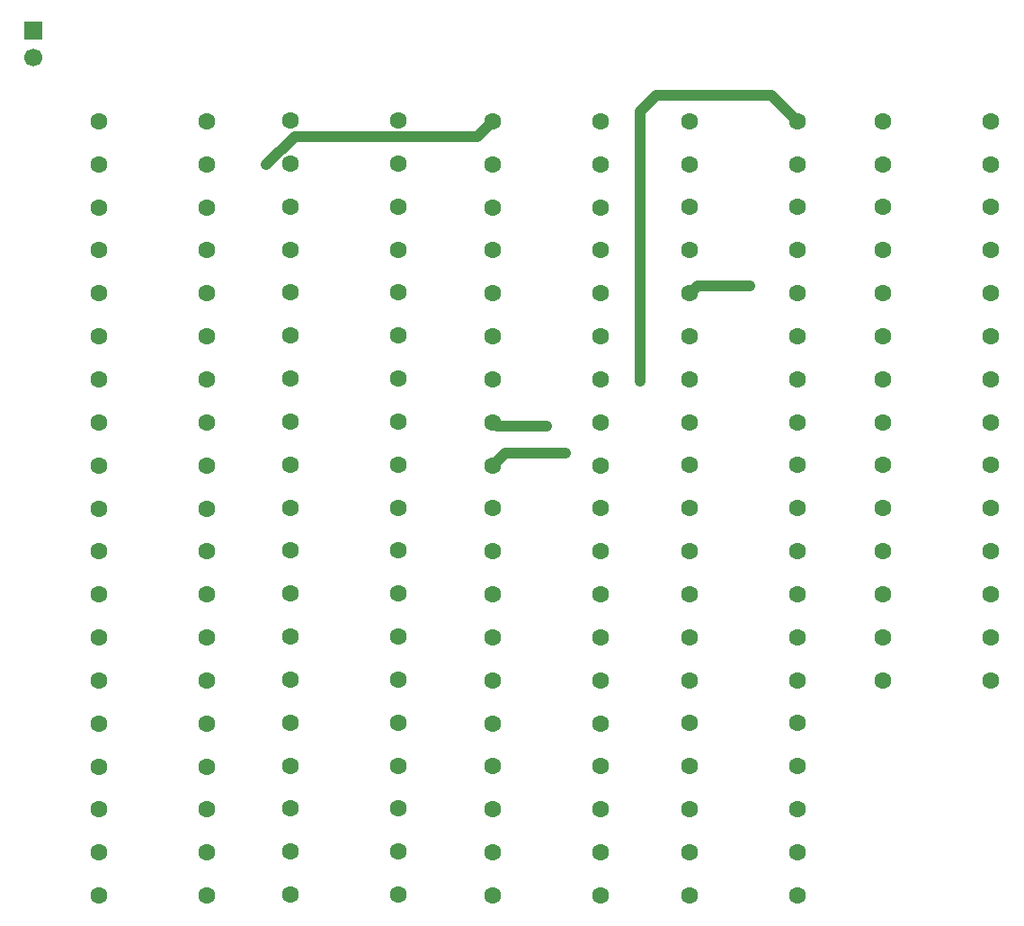
<source format=gbr>
%TF.GenerationSoftware,KiCad,Pcbnew,9.0.2*%
%TF.CreationDate,2025-11-03T21:10:14+09:00*%
%TF.ProjectId,handarensyuy,68616e64-6172-4656-9e73-7975792e6b69,rev?*%
%TF.SameCoordinates,Original*%
%TF.FileFunction,Copper,L2,Bot*%
%TF.FilePolarity,Positive*%
%FSLAX46Y46*%
G04 Gerber Fmt 4.6, Leading zero omitted, Abs format (unit mm)*
G04 Created by KiCad (PCBNEW 9.0.2) date 2025-11-03 21:10:14*
%MOMM*%
%LPD*%
G01*
G04 APERTURE LIST*
%TA.AperFunction,ComponentPad*%
%ADD10C,1.600000*%
%TD*%
%TA.AperFunction,ComponentPad*%
%ADD11R,1.700000X1.700000*%
%TD*%
%TA.AperFunction,ComponentPad*%
%ADD12C,1.700000*%
%TD*%
%TA.AperFunction,ViaPad*%
%ADD13C,0.600000*%
%TD*%
%TA.AperFunction,Conductor*%
%ADD14C,1.000000*%
%TD*%
G04 APERTURE END LIST*
D10*
%TO.P,R82,1*%
%TO.N,Net-(R81-Pad2)*%
X171570000Y-69500000D03*
%TO.P,R82,2*%
%TO.N,Net-(R82-Pad2)*%
X181730000Y-69500000D03*
%TD*%
%TO.P,R83,1*%
%TO.N,Net-(R83-Pad1)*%
X171570000Y-73550000D03*
%TO.P,R83,2*%
%TO.N,Net-(R82-Pad2)*%
X181730000Y-73550000D03*
%TD*%
%TO.P,R18,1*%
%TO.N,Net-(R18-Pad1)*%
X97690000Y-118120000D03*
%TO.P,R18,2*%
%TO.N,Net-(R17-Pad2)*%
X107850000Y-118120000D03*
%TD*%
%TO.P,R1,1*%
%TO.N,Net-(J1-Pin_1)*%
X97690000Y-49270000D03*
%TO.P,R1,2*%
%TO.N,Net-(R1-Pad2)*%
X107850000Y-49270000D03*
%TD*%
%TO.P,R59,1*%
%TO.N,Net-(R58-Pad1)*%
X153370000Y-53300000D03*
%TO.P,R59,2*%
%TO.N,Net-(R59-Pad2)*%
X163530000Y-53300000D03*
%TD*%
%TO.P,R15,1*%
%TO.N,Net-(R14-Pad2)*%
X97690000Y-105970000D03*
%TO.P,R15,2*%
%TO.N,Net-(R15-Pad2)*%
X107850000Y-105970000D03*
%TD*%
%TO.P,R25,1*%
%TO.N,Net-(R24-Pad2)*%
X115710000Y-69440000D03*
%TO.P,R25,2*%
%TO.N,Net-(R25-Pad2)*%
X125870000Y-69440000D03*
%TD*%
%TO.P,R39,1*%
%TO.N,Net-(R38-Pad1)*%
X134820000Y-49260000D03*
%TO.P,R39,2*%
%TO.N,Net-(R39-Pad2)*%
X144980000Y-49260000D03*
%TD*%
%TO.P,R53,1*%
%TO.N,Net-(R53-Pad1)*%
X134820000Y-105960000D03*
%TO.P,R53,2*%
%TO.N,Net-(R52-Pad2)*%
X144980000Y-105960000D03*
%TD*%
%TO.P,R29,1*%
%TO.N,Net-(R28-Pad1)*%
X115710000Y-85640000D03*
%TO.P,R29,2*%
%TO.N,Net-(R29-Pad2)*%
X125870000Y-85640000D03*
%TD*%
%TO.P,R27,1*%
%TO.N,Net-(R26-Pad2)*%
X115710000Y-77540000D03*
%TO.P,R27,2*%
%TO.N,Net-(R27-Pad2)*%
X125870000Y-77540000D03*
%TD*%
%TO.P,R81,1*%
%TO.N,Net-(R80-Pad2)*%
X171570000Y-65450000D03*
%TO.P,R81,2*%
%TO.N,Net-(R81-Pad2)*%
X181730000Y-65450000D03*
%TD*%
%TO.P,R64,1*%
%TO.N,Net-(R63-Pad1)*%
X153370000Y-73550000D03*
%TO.P,R64,2*%
%TO.N,Net-(R64-Pad2)*%
X163530000Y-73550000D03*
%TD*%
%TO.P,R14,1*%
%TO.N,Net-(R13-Pad1)*%
X97690000Y-101920000D03*
%TO.P,R14,2*%
%TO.N,Net-(R14-Pad2)*%
X107850000Y-101920000D03*
%TD*%
%TO.P,R58,1*%
%TO.N,Net-(R58-Pad1)*%
X153370000Y-49250000D03*
%TO.P,R58,2*%
%TO.N,Net-(R57-Pad2)*%
X163530000Y-49250000D03*
%TD*%
%TO.P,R55,1*%
%TO.N,Net-(R54-Pad2)*%
X134820000Y-114060000D03*
%TO.P,R55,2*%
%TO.N,Net-(R55-Pad2)*%
X144980000Y-114060000D03*
%TD*%
%TO.P,R23,1*%
%TO.N,Net-(R23-Pad1)*%
X115710000Y-61340000D03*
%TO.P,R23,2*%
%TO.N,Net-(R22-Pad2)*%
X125870000Y-61340000D03*
%TD*%
%TO.P,R66,1*%
%TO.N,Net-(R65-Pad2)*%
X153370000Y-81650000D03*
%TO.P,R66,2*%
%TO.N,Net-(R66-Pad2)*%
X163530000Y-81650000D03*
%TD*%
%TO.P,R33,1*%
%TO.N,Net-(R33-Pad1)*%
X115710000Y-101840000D03*
%TO.P,R33,2*%
%TO.N,Net-(R32-Pad2)*%
X125870000Y-101840000D03*
%TD*%
%TO.P,R16,1*%
%TO.N,Net-(R15-Pad2)*%
X97690000Y-110020000D03*
%TO.P,R16,2*%
%TO.N,Net-(R16-Pad2)*%
X107850000Y-110020000D03*
%TD*%
%TO.P,R37,1*%
%TO.N,Net-(R36-Pad2)*%
X115710000Y-118040000D03*
%TO.P,R37,2*%
%TO.N,Net-(R37-Pad2)*%
X125870000Y-118040000D03*
%TD*%
%TO.P,R26,1*%
%TO.N,Net-(R25-Pad2)*%
X115710000Y-73490000D03*
%TO.P,R26,2*%
%TO.N,Net-(R26-Pad2)*%
X125870000Y-73490000D03*
%TD*%
%TO.P,R62,1*%
%TO.N,Net-(R61-Pad2)*%
X153370000Y-65450000D03*
%TO.P,R62,2*%
%TO.N,Net-(R62-Pad2)*%
X163530000Y-65450000D03*
%TD*%
%TO.P,R17,1*%
%TO.N,Net-(R16-Pad2)*%
X97690000Y-114070000D03*
%TO.P,R17,2*%
%TO.N,Net-(R17-Pad2)*%
X107850000Y-114070000D03*
%TD*%
%TO.P,R44,1*%
%TO.N,Net-(R43-Pad1)*%
X134820000Y-69510000D03*
%TO.P,R44,2*%
%TO.N,Net-(R44-Pad2)*%
X144980000Y-69510000D03*
%TD*%
%TO.P,R87,1*%
%TO.N,Net-(R86-Pad2)*%
X171570000Y-89750000D03*
%TO.P,R87,2*%
%TO.N,Net-(R87-Pad2)*%
X181730000Y-89750000D03*
%TD*%
%TO.P,R48,1*%
%TO.N,Net-(R48-Pad1)*%
X134820000Y-85710000D03*
%TO.P,R48,2*%
%TO.N,Net-(R47-Pad2)*%
X144980000Y-85710000D03*
%TD*%
%TO.P,R21,1*%
%TO.N,Net-(R20-Pad2)*%
X115710000Y-53240000D03*
%TO.P,R21,2*%
%TO.N,Net-(R21-Pad2)*%
X125870000Y-53240000D03*
%TD*%
%TO.P,R22,1*%
%TO.N,Net-(R21-Pad2)*%
X115710000Y-57290000D03*
%TO.P,R22,2*%
%TO.N,Net-(R22-Pad2)*%
X125870000Y-57290000D03*
%TD*%
%TO.P,R72,1*%
%TO.N,Net-(R71-Pad2)*%
X153370000Y-105950000D03*
%TO.P,R72,2*%
%TO.N,Net-(R72-Pad2)*%
X163530000Y-105950000D03*
%TD*%
%TO.P,R11,1*%
%TO.N,Net-(R10-Pad2)*%
X97690000Y-89770000D03*
%TO.P,R11,2*%
%TO.N,Net-(R11-Pad2)*%
X107850000Y-89770000D03*
%TD*%
%TO.P,R42,1*%
%TO.N,Net-(R41-Pad2)*%
X134820000Y-61410000D03*
%TO.P,R42,2*%
%TO.N,Net-(R42-Pad2)*%
X144980000Y-61410000D03*
%TD*%
%TO.P,R80,1*%
%TO.N,Net-(R79-Pad2)*%
X171570000Y-61400000D03*
%TO.P,R80,2*%
%TO.N,Net-(R80-Pad2)*%
X181730000Y-61400000D03*
%TD*%
%TO.P,R71,1*%
%TO.N,Net-(R70-Pad2)*%
X153370000Y-101900000D03*
%TO.P,R71,2*%
%TO.N,Net-(R71-Pad2)*%
X163530000Y-101900000D03*
%TD*%
%TO.P,R34,1*%
%TO.N,Net-(R33-Pad1)*%
X115710000Y-105890000D03*
%TO.P,R34,2*%
%TO.N,Net-(R34-Pad2)*%
X125870000Y-105890000D03*
%TD*%
%TO.P,R5,1*%
%TO.N,Net-(R4-Pad2)*%
X97690000Y-65470000D03*
%TO.P,R5,2*%
%TO.N,Net-(R5-Pad2)*%
X107850000Y-65470000D03*
%TD*%
%TO.P,R28,1*%
%TO.N,Net-(R28-Pad1)*%
X115710000Y-81590000D03*
%TO.P,R28,2*%
%TO.N,Net-(R27-Pad2)*%
X125870000Y-81590000D03*
%TD*%
%TO.P,R24,1*%
%TO.N,Net-(R23-Pad1)*%
X115710000Y-65390000D03*
%TO.P,R24,2*%
%TO.N,Net-(R24-Pad2)*%
X125870000Y-65390000D03*
%TD*%
%TO.P,R43,1*%
%TO.N,Net-(R43-Pad1)*%
X134820000Y-65460000D03*
%TO.P,R43,2*%
%TO.N,Net-(R42-Pad2)*%
X144980000Y-65460000D03*
%TD*%
%TO.P,R36,1*%
%TO.N,Net-(R35-Pad2)*%
X115710000Y-113990000D03*
%TO.P,R36,2*%
%TO.N,Net-(R36-Pad2)*%
X125870000Y-113990000D03*
%TD*%
%TO.P,R41,1*%
%TO.N,Net-(R40-Pad2)*%
X134820000Y-57360000D03*
%TO.P,R41,2*%
%TO.N,Net-(R41-Pad2)*%
X144980000Y-57360000D03*
%TD*%
%TO.P,R67,1*%
%TO.N,Net-(R66-Pad2)*%
X153370000Y-85700000D03*
%TO.P,R67,2*%
%TO.N,Net-(R67-Pad2)*%
X163530000Y-85700000D03*
%TD*%
%TO.P,R75,1*%
%TO.N,Net-(R74-Pad2)*%
X153370000Y-118100000D03*
%TO.P,R75,2*%
%TO.N,Net-(R75-Pad2)*%
X163530000Y-118100000D03*
%TD*%
%TO.P,R19,1*%
%TO.N,Net-(R18-Pad1)*%
X97690000Y-122170000D03*
%TO.P,R19,2*%
%TO.N,Net-(R19-Pad2)*%
X107850000Y-122170000D03*
%TD*%
%TO.P,R78,1*%
%TO.N,Net-(R78-Pad1)*%
X171570000Y-53300000D03*
%TO.P,R78,2*%
%TO.N,Net-(R77-Pad2)*%
X181730000Y-53300000D03*
%TD*%
%TO.P,R70,1*%
%TO.N,Net-(R69-Pad2)*%
X153370000Y-97850000D03*
%TO.P,R70,2*%
%TO.N,Net-(R70-Pad2)*%
X163530000Y-97850000D03*
%TD*%
%TO.P,R69,1*%
%TO.N,Net-(R68-Pad1)*%
X153370000Y-93800000D03*
%TO.P,R69,2*%
%TO.N,Net-(R69-Pad2)*%
X163530000Y-93800000D03*
%TD*%
%TO.P,R2,1*%
%TO.N,Net-(R1-Pad2)*%
X97690000Y-53320000D03*
%TO.P,R2,2*%
%TO.N,Net-(R2-Pad2)*%
X107850000Y-53320000D03*
%TD*%
%TO.P,R65,1*%
%TO.N,Net-(R64-Pad2)*%
X153370000Y-77600000D03*
%TO.P,R65,2*%
%TO.N,Net-(R65-Pad2)*%
X163530000Y-77600000D03*
%TD*%
%TO.P,R30,1*%
%TO.N,Net-(R29-Pad2)*%
X115710000Y-89690000D03*
%TO.P,R30,2*%
%TO.N,Net-(R30-Pad2)*%
X125870000Y-89690000D03*
%TD*%
%TO.P,R12,1*%
%TO.N,Net-(R11-Pad2)*%
X97690000Y-93820000D03*
%TO.P,R12,2*%
%TO.N,Net-(R12-Pad2)*%
X107850000Y-93820000D03*
%TD*%
%TO.P,R61,1*%
%TO.N,Net-(R31-Pad1)*%
X153370000Y-61400000D03*
%TO.P,R61,2*%
%TO.N,Net-(R61-Pad2)*%
X163530000Y-61400000D03*
%TD*%
%TO.P,R68,1*%
%TO.N,Net-(R68-Pad1)*%
X153370000Y-89750000D03*
%TO.P,R68,2*%
%TO.N,Net-(R67-Pad2)*%
X163530000Y-89750000D03*
%TD*%
%TO.P,R45,1*%
%TO.N,Net-(R44-Pad2)*%
X134820000Y-73560000D03*
%TO.P,R45,2*%
%TO.N,Net-(R45-Pad2)*%
X144980000Y-73560000D03*
%TD*%
%TO.P,R79,1*%
%TO.N,Net-(R78-Pad1)*%
X171570000Y-57350000D03*
%TO.P,R79,2*%
%TO.N,Net-(R79-Pad2)*%
X181730000Y-57350000D03*
%TD*%
%TO.P,R76,1*%
%TO.N,Net-(R75-Pad2)*%
X153370000Y-122150000D03*
%TO.P,R76,2*%
%TO.N,Net-(R76-Pad2)*%
X163530000Y-122150000D03*
%TD*%
%TO.P,R20,1*%
%TO.N,Net-(R19-Pad2)*%
X115710000Y-49190000D03*
%TO.P,R20,2*%
%TO.N,Net-(R20-Pad2)*%
X125870000Y-49190000D03*
%TD*%
%TO.P,R8,1*%
%TO.N,Net-(R8-Pad1)*%
X97690000Y-77620000D03*
%TO.P,R8,2*%
%TO.N,Net-(R7-Pad2)*%
X107850000Y-77620000D03*
%TD*%
%TO.P,R38,1*%
%TO.N,Net-(R38-Pad1)*%
X115710000Y-122090000D03*
%TO.P,R38,2*%
%TO.N,Net-(R37-Pad2)*%
X125870000Y-122090000D03*
%TD*%
%TO.P,R84,1*%
%TO.N,Net-(R83-Pad1)*%
X171570000Y-77600000D03*
%TO.P,R84,2*%
%TO.N,Net-(R84-Pad2)*%
X181730000Y-77600000D03*
%TD*%
%TO.P,R35,1*%
%TO.N,Net-(R34-Pad2)*%
X115710000Y-109940000D03*
%TO.P,R35,2*%
%TO.N,Net-(R35-Pad2)*%
X125870000Y-109940000D03*
%TD*%
%TO.P,R86,1*%
%TO.N,Net-(R85-Pad2)*%
X171570000Y-85700000D03*
%TO.P,R86,2*%
%TO.N,Net-(R86-Pad2)*%
X181730000Y-85700000D03*
%TD*%
%TO.P,R88,1*%
%TO.N,Net-(R88-Pad1)*%
X171570000Y-93800000D03*
%TO.P,R88,2*%
%TO.N,Net-(R87-Pad2)*%
X181730000Y-93800000D03*
%TD*%
%TO.P,R9,1*%
%TO.N,Net-(R8-Pad1)*%
X97690000Y-81670000D03*
%TO.P,R9,2*%
%TO.N,Net-(R10-Pad1)*%
X107850000Y-81670000D03*
%TD*%
%TO.P,R57,1*%
%TO.N,Net-(R56-Pad2)*%
X134820000Y-122160000D03*
%TO.P,R57,2*%
%TO.N,Net-(R57-Pad2)*%
X144980000Y-122160000D03*
%TD*%
D11*
%TO.P,J1,1,Pin_1*%
%TO.N,Net-(J1-Pin_1)*%
X91545000Y-40755000D03*
D12*
%TO.P,J1,2,Pin_2*%
%TO.N,Net-(J1-Pin_2)*%
X91545000Y-43295000D03*
%TD*%
D10*
%TO.P,R50,1*%
%TO.N,Net-(R49-Pad2)*%
X134820000Y-93810000D03*
%TO.P,R50,2*%
%TO.N,Net-(R50-Pad2)*%
X144980000Y-93810000D03*
%TD*%
%TO.P,R47,1*%
%TO.N,Net-(R46-Pad2)*%
X134820000Y-81660000D03*
%TO.P,R47,2*%
%TO.N,Net-(R47-Pad2)*%
X144980000Y-81660000D03*
%TD*%
%TO.P,R51,1*%
%TO.N,Net-(R50-Pad2)*%
X134820000Y-97860000D03*
%TO.P,R51,2*%
%TO.N,Net-(R51-Pad2)*%
X144980000Y-97860000D03*
%TD*%
%TO.P,R46,1*%
%TO.N,Net-(R45-Pad2)*%
X134820000Y-77610000D03*
%TO.P,R46,2*%
%TO.N,Net-(R46-Pad2)*%
X144980000Y-77610000D03*
%TD*%
%TO.P,R74,1*%
%TO.N,Net-(R73-Pad1)*%
X153370000Y-114050000D03*
%TO.P,R74,2*%
%TO.N,Net-(R74-Pad2)*%
X163530000Y-114050000D03*
%TD*%
%TO.P,R31,1*%
%TO.N,Net-(R31-Pad1)*%
X115710000Y-93740000D03*
%TO.P,R31,2*%
%TO.N,Net-(R31-Pad2)*%
X125870000Y-93740000D03*
%TD*%
%TO.P,R4,1*%
%TO.N,Net-(R3-Pad1)*%
X97690000Y-61420000D03*
%TO.P,R4,2*%
%TO.N,Net-(R4-Pad2)*%
X107850000Y-61420000D03*
%TD*%
%TO.P,R89,1*%
%TO.N,Net-(R88-Pad1)*%
X171570000Y-97850000D03*
%TO.P,R89,2*%
%TO.N,Net-(R89-Pad2)*%
X181730000Y-97850000D03*
%TD*%
%TO.P,R32,1*%
%TO.N,Net-(R31-Pad2)*%
X115710000Y-97790000D03*
%TO.P,R32,2*%
%TO.N,Net-(R32-Pad2)*%
X125870000Y-97790000D03*
%TD*%
%TO.P,R54,1*%
%TO.N,Net-(R53-Pad1)*%
X134820000Y-110010000D03*
%TO.P,R54,2*%
%TO.N,Net-(R54-Pad2)*%
X144980000Y-110010000D03*
%TD*%
%TO.P,R63,1*%
%TO.N,Net-(R63-Pad1)*%
X153370000Y-69500000D03*
%TO.P,R63,2*%
%TO.N,Net-(R62-Pad2)*%
X163530000Y-69500000D03*
%TD*%
%TO.P,R10,1*%
%TO.N,Net-(R10-Pad1)*%
X97690000Y-85720000D03*
%TO.P,R10,2*%
%TO.N,Net-(R10-Pad2)*%
X107850000Y-85720000D03*
%TD*%
%TO.P,R49,1*%
%TO.N,Net-(R48-Pad1)*%
X134820000Y-89760000D03*
%TO.P,R49,2*%
%TO.N,Net-(R49-Pad2)*%
X144980000Y-89760000D03*
%TD*%
%TO.P,R52,1*%
%TO.N,Net-(R51-Pad2)*%
X134820000Y-101910000D03*
%TO.P,R52,2*%
%TO.N,Net-(R52-Pad2)*%
X144980000Y-101910000D03*
%TD*%
%TO.P,R73,1*%
%TO.N,Net-(R73-Pad1)*%
X153370000Y-110000000D03*
%TO.P,R73,2*%
%TO.N,Net-(R72-Pad2)*%
X163530000Y-110000000D03*
%TD*%
%TO.P,R60,1*%
%TO.N,Net-(R59-Pad2)*%
X153370000Y-57350000D03*
%TO.P,R60,2*%
%TO.N,Net-(R30-Pad2)*%
X163530000Y-57350000D03*
%TD*%
%TO.P,R3,1*%
%TO.N,Net-(R3-Pad1)*%
X97690000Y-57370000D03*
%TO.P,R3,2*%
%TO.N,Net-(R2-Pad2)*%
X107850000Y-57370000D03*
%TD*%
%TO.P,R85,1*%
%TO.N,Net-(R84-Pad2)*%
X171570000Y-81650000D03*
%TO.P,R85,2*%
%TO.N,Net-(R85-Pad2)*%
X181730000Y-81650000D03*
%TD*%
%TO.P,R40,1*%
%TO.N,Net-(R39-Pad2)*%
X134820000Y-53310000D03*
%TO.P,R40,2*%
%TO.N,Net-(R40-Pad2)*%
X144980000Y-53310000D03*
%TD*%
%TO.P,R77,1*%
%TO.N,Net-(R76-Pad2)*%
X171570000Y-49250000D03*
%TO.P,R77,2*%
%TO.N,Net-(R77-Pad2)*%
X181730000Y-49250000D03*
%TD*%
%TO.P,R90,1*%
%TO.N,Net-(R89-Pad2)*%
X171570000Y-101900000D03*
%TO.P,R90,2*%
%TO.N,Net-(J1-Pin_2)*%
X181730000Y-101900000D03*
%TD*%
%TO.P,R13,1*%
%TO.N,Net-(R13-Pad1)*%
X97690000Y-97870000D03*
%TO.P,R13,2*%
%TO.N,Net-(R12-Pad2)*%
X107850000Y-97870000D03*
%TD*%
%TO.P,R6,1*%
%TO.N,Net-(R5-Pad2)*%
X97690000Y-69520000D03*
%TO.P,R6,2*%
%TO.N,Net-(R6-Pad2)*%
X107850000Y-69520000D03*
%TD*%
%TO.P,R56,1*%
%TO.N,Net-(R55-Pad2)*%
X134820000Y-118110000D03*
%TO.P,R56,2*%
%TO.N,Net-(R56-Pad2)*%
X144980000Y-118110000D03*
%TD*%
%TO.P,R7,1*%
%TO.N,Net-(R6-Pad2)*%
X97690000Y-73570000D03*
%TO.P,R7,2*%
%TO.N,Net-(R7-Pad2)*%
X107850000Y-73570000D03*
%TD*%
D13*
%TO.N,Net-(R38-Pad1)*%
X113460000Y-53360000D03*
%TO.N,Net-(R45-Pad2)*%
X139840000Y-77970000D03*
%TO.N,Net-(R46-Pad2)*%
X141642867Y-80522868D03*
%TO.N,Net-(R57-Pad2)*%
X148687868Y-73757867D03*
%TO.N,Net-(R61-Pad2)*%
X158974920Y-64734920D03*
%TD*%
D14*
%TO.N,Net-(R38-Pad1)*%
X113460000Y-53360000D02*
X116129000Y-50691000D01*
X116129000Y-50691000D02*
X133389000Y-50691000D01*
X133389000Y-50691000D02*
X134820000Y-49260000D01*
%TO.N,Net-(R45-Pad2)*%
X135180000Y-77970000D02*
X134820000Y-77610000D01*
X139840000Y-77970000D02*
X135180000Y-77970000D01*
%TO.N,Net-(R46-Pad2)*%
X135957132Y-80522868D02*
X134820000Y-81660000D01*
X141642867Y-80522868D02*
X135957132Y-80522868D01*
%TO.N,Net-(R57-Pad2)*%
X148687868Y-73757867D02*
X148687868Y-48332132D01*
X161070000Y-46790000D02*
X163530000Y-49250000D01*
X150230000Y-46790000D02*
X161070000Y-46790000D01*
X148687868Y-48332132D02*
X150230000Y-46790000D01*
%TO.N,Net-(R61-Pad2)*%
X158974920Y-64734920D02*
X154085080Y-64734920D01*
X154085080Y-64734920D02*
X153370000Y-65450000D01*
%TD*%
M02*

</source>
